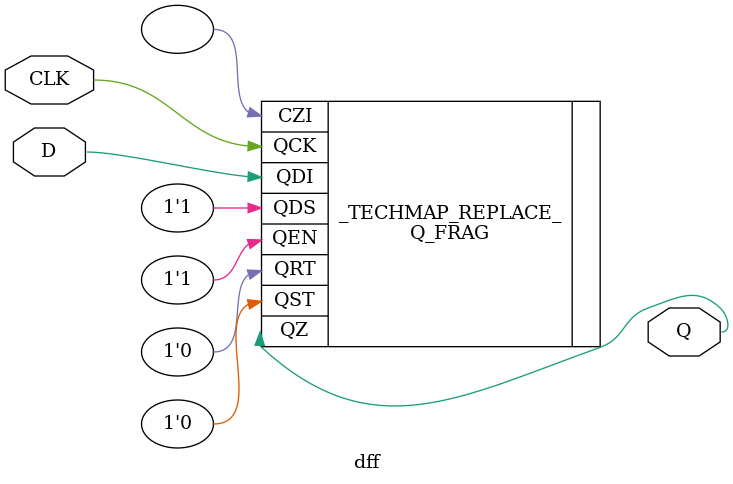
<source format=v>

module logic_0(output a);
    assign a = 0;
endmodule

module logic_1(output a);
    assign a = 1;
endmodule


// ============================================================================
// IO and clock buffers

module inpad(output Q, input P);

  BIDIR_IOBUF # (
  .ESEL     (1'b1),
  .OSEL     (1'b1),
  .FIXHOLD  (1'b0),
  .WPD      (1'b0),
  .DS       (1'b0)
  ) _TECHMAP_REPLACE_ (
  .I_PAD(P),
  .I_DAT(Q),
  .I_EN (1'b1),
  .O_PAD(),
  .O_DAT(),
  .O_EN (1'b0)
  );

endmodule

module outpad(output P, input A);

  BIDIR_IOBUF # (
  .ESEL     (1'b1),
  .OSEL     (1'b1),
  .FIXHOLD  (1'b0),
  .WPD      (1'b0),
  .DS       (1'b0)
  ) _TECHMAP_REPLACE_ (
  .I_PAD(),
  .I_DAT(),
  .I_EN (1'b0),
  .O_PAD(P),
  .O_DAT(A),
  .O_EN (1'b1)
  );

endmodule

module ckpad(output Q, input P);

  // TODO: Map this to a cell that would have two modes: one for BIDIR and
  // one for CLOCK. For now just make it a BIDIR input.
  BIDIR_IOBUF # (
  .ESEL     (1'b1),
  .OSEL     (1'b1),
  .FIXHOLD  (1'b0),
  .WPD      (1'b0),
  .DS       (1'b0)
  ) _TECHMAP_REPLACE_ (
  .I_PAD(P),
  .I_DAT(Q),
  .I_EN (1'b1),
  .O_PAD(),
  .O_DAT(),
  .O_EN (1'b0)
  );

endmodule


// ============================================================================
// LUTs

module LUT1 (
  output O,
  input  I0
);
  parameter [1:0] INIT = 0;

  // The F-Frag
  F_FRAG f_frag (
  .F1(INIT[0]),
  .F2(INIT[1]),
  .FS(I0),
  .FZ(O)
  );

endmodule


module LUT2 (
  output O,
  input  I0,
  input  I1
);
  parameter [3:0] INIT = 0;

  wire TSL = I1;
  wire TAB = I0;

  wire TA1 = INIT[0];
  wire TA2 = INIT[1];
  wire TB1 = INIT[2];
  wire TB2 = INIT[3];

  // The C-Frag as T-Frag
  C_FRAG # (
  .TAS1(1'b0),
  .TAS2(1'b0),
  .TBS1(1'b0),
  .TBS2(1'b0),
  .BAS1(1'b0),
  .BAS2(1'b0),
  .BBS1(1'b0),
  .BBS2(1'b0)
  )
  c_frag
  (
  .TBS(1'b0),
  .TAB(TAB),
  .TSL(TSL),
  .TA1(TA1),
  .TA2(TA2),
  .TB1(TB1),
  .TB2(TB2),
  .BAB(1'b0),
  .BSL(1'b0),
  .BA1(1'b0),
  .BA2(1'b0),
  .BB1(1'b0),
  .BB2(1'b0),
  .TZ (O),
  .CZ ()
  );

endmodule


module LUT3 (
  output O,
  input  I0,
  input  I1,
  input  I2
);
  parameter [7:0] INIT = 0;

  wire TSL = I1;
  wire TAB = I0;

  // Two bit group [H,L]
  // H =0:  T[AB]S[12] = GND, H=1:   VCC
  // HL=00: T[AB][12]  = GND, HL=11: VCC, else I0

  wire TA1;
  wire TA2;
  wire TB1;
  wire TB2;

  generate case(INIT[1:0])
    2'b00:   assign TA1 = 1'b0;
    2'b11:   assign TA1 = 1'b0;
    default: assign TA1 = I2;
  endcase endgenerate

  generate case(INIT[3:2])
    2'b00:   assign TA2 = 1'b0;
    2'b11:   assign TA2 = 1'b0;
    default: assign TA2 = I2;
  endcase endgenerate

  generate case(INIT[5:4])
    2'b00:   assign TB1 = 1'b0;
    2'b11:   assign TB1 = 1'b0;
    default: assign TB1 = I2;
  endcase endgenerate

  generate case(INIT[7:6])
    2'b00:   assign TB2 = 1'b0;
    2'b11:   assign TB2 = 1'b0;
    default: assign TB2 = I2;
  endcase endgenerate

  localparam TAS1 = INIT[0];
  localparam TAS2 = INIT[2];
  localparam TBS1 = INIT[4];
  localparam TBS2 = INIT[6];

  // The C-Frag as T-Frag
  C_FRAG # (
  .TAS1(TAS1),
  .TAS2(TAS2),
  .TBS1(TBS1),
  .TBS2(TBS2),
  .BAS1(1'b0),
  .BAS2(1'b0),
  .BBS1(1'b0),
  .BBS2(1'b0)
  )
  c_frag
  (
  .TBS(1'b0),
  .TAB(TAB),
  .TSL(TSL),
  .TA1(TA1),
  .TA2(TA2),
  .TB1(TB1),
  .TB2(TB2),
  .BAB(1'b0),
  .BSL(1'b0),
  .BA1(1'b0),
  .BA2(1'b0),
  .BB1(1'b0),
  .BB2(1'b0),
  .TZ (O),
  .CZ ()
  );

endmodule


module LUT4 (
  output O,
  input  I0,
  input  I1,
  input  I2,
  input  I3
);
  parameter [15:0] INIT = 0;

  wire TSL = I2;
  wire BSL = I2;
  wire TAB = I1;
  wire BAB = I1;
  wire TBS = I0;

  // Two bit group [H,L]
  // H =0:  [TB][AB]S[12] = GND, H=1:   VCC
  // HL=00: [TB][AB][12]  = GND, HL=11: VCC, else I0

  wire TA1;
  wire TA2;
  wire TB1;
  wire TB2;
  wire BA1;
  wire BA2;
  wire BB1;
  wire BB2;

  generate case(INIT[ 1: 0])
    2'b00:   assign TA1 = 1'b0;
    2'b11:   assign TA1 = 1'b0;
    default: assign TA1 = I3;
  endcase endgenerate

  generate case(INIT[ 3: 2])
    2'b00:   assign TA2 = 1'b0;
    2'b11:   assign TA2 = 1'b0;
    default: assign TA2 = I3;
  endcase endgenerate

  generate case(INIT[ 5: 4])
    2'b00:   assign TB1 = 1'b0;
    2'b11:   assign TB1 = 1'b0;
    default: assign TB1 = I3;
  endcase endgenerate

  generate case(INIT[ 7: 6])
    2'b00:   assign TB2 = 1'b0;
    2'b11:   assign TB2 = 1'b0;
    default: assign TB2 = I3;
  endcase endgenerate

  generate case(INIT[ 9: 8])
    2'b00:   assign BA1 = 1'b0;
    2'b11:   assign BA1 = 1'b0;
    default: assign BA1 = I3;
  endcase endgenerate

  generate case(INIT[11:10])
    2'b00:   assign BA2 = 1'b0;
    2'b11:   assign BA2 = 1'b0;
    default: assign BA2 = I3;
  endcase endgenerate

  generate case(INIT[13:12])
    2'b00:   assign BB1 = 1'b0;
    2'b11:   assign BB1 = 1'b0;
    default: assign BB1 = I3;
  endcase endgenerate

  generate case(INIT[15:14])
    2'b00:   assign BB2 = 1'b0;
    2'b11:   assign BB2 = 1'b0;
    default: assign BB2 = I3;
  endcase endgenerate

  localparam TAS1 = INIT[ 0];
  localparam TAS2 = INIT[ 2];
  localparam TBS1 = INIT[ 4];
  localparam TBS2 = INIT[ 6];
  localparam BAS1 = INIT[ 8];
  localparam BAS2 = INIT[10];
  localparam BBS1 = INIT[12];
  localparam BBS2 = INIT[14];

  // The C-Frag
  C_FRAG # (
  .TAS1(TAS1),
  .TAS2(TAS2),
  .TBS1(TBS1),
  .TBS2(TBS2),
  .BAS1(BAS1),
  .BAS2(BAS2),
  .BBS1(BBS1),
  .BBS2(BBS2)
  )
  c_frag
  (
  .TBS(TBS),
  .TAB(TAB),
  .TSL(TSL),
  .TA1(TA1),
  .TA2(TA2),
  .TB1(TB1),
  .TB2(TB2),
  .BAB(BAB),
  .BSL(BSL),
  .BA1(BA1),
  .BA2(BA2),
  .BB1(BB1),
  .BB2(BB2),
  .TZ (),
  .CZ (O)
  );

endmodule

// ============================================================================
// Flip-Flops

module dff(
  output Q,
  input  D,
  input  CLK
);

  parameter [0:0] INIT = 1'b0;

  Q_FRAG # (
  .INIT   (INIT),
  .Z_QCKS (1'b1)
  )
  _TECHMAP_REPLACE_
  (
  .QCK(CLK),
  .QST(1'b0),
  .QRT(1'b0),
  .QEN(1'b1),
  .QDI(D),
  .QDS(1'b1), // FIXME: Always select QDI as the FF's input
  .CZI(),
  .QZ (Q)
  );

endmodule

</source>
